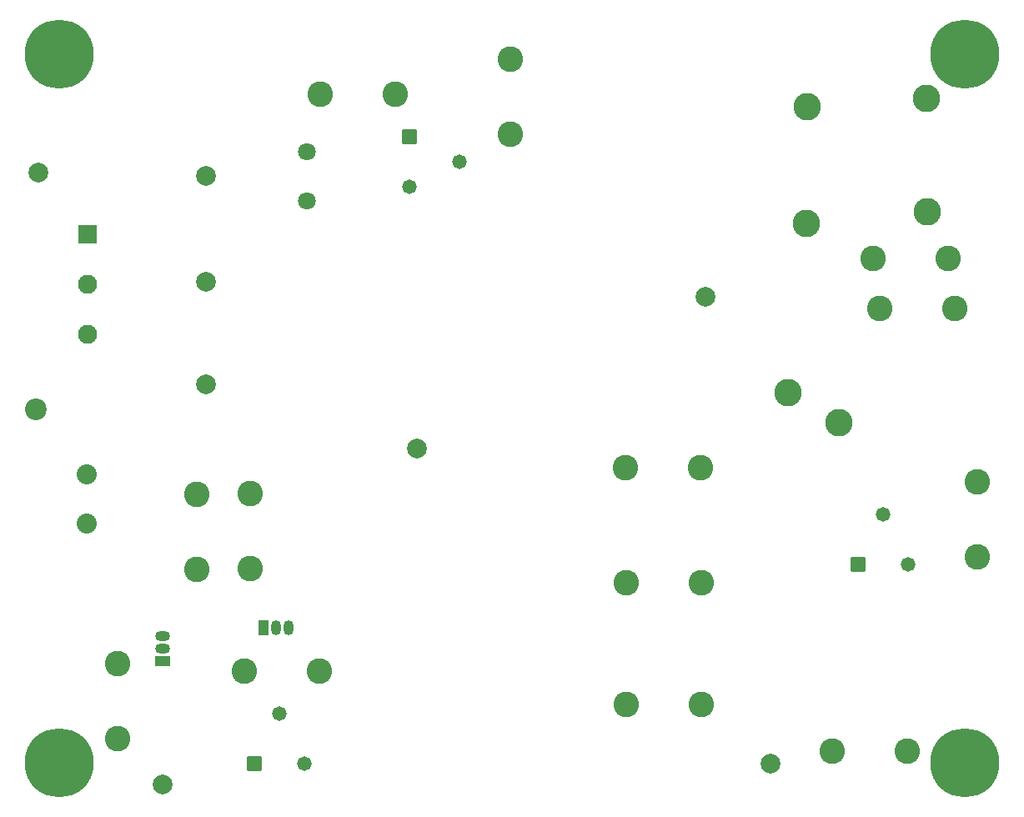
<source format=gbs>
%TF.GenerationSoftware,KiCad,Pcbnew,8.0.2*%
%TF.CreationDate,2024-06-23T14:40:44+03:00*%
%TF.ProjectId,Chaos Circuits,4368616f-7320-4436-9972-63756974732e,1*%
%TF.SameCoordinates,Original*%
%TF.FileFunction,Soldermask,Bot*%
%TF.FilePolarity,Negative*%
%FSLAX46Y46*%
G04 Gerber Fmt 4.6, Leading zero omitted, Abs format (unit mm)*
G04 Created by KiCad (PCBNEW 8.0.2) date 2024-06-23 14:40:44*
%MOMM*%
%LPD*%
G01*
G04 APERTURE LIST*
G04 Aperture macros list*
%AMRoundRect*
0 Rectangle with rounded corners*
0 $1 Rounding radius*
0 $2 $3 $4 $5 $6 $7 $8 $9 X,Y pos of 4 corners*
0 Add a 4 corners polygon primitive as box body*
4,1,4,$2,$3,$4,$5,$6,$7,$8,$9,$2,$3,0*
0 Add four circle primitives for the rounded corners*
1,1,$1+$1,$2,$3*
1,1,$1+$1,$4,$5*
1,1,$1+$1,$6,$7*
1,1,$1+$1,$8,$9*
0 Add four rect primitives between the rounded corners*
20,1,$1+$1,$2,$3,$4,$5,0*
20,1,$1+$1,$4,$5,$6,$7,0*
20,1,$1+$1,$6,$7,$8,$9,0*
20,1,$1+$1,$8,$9,$2,$3,0*%
G04 Aperture macros list end*
%ADD10RoundRect,0.102000X-0.634000X0.634000X-0.634000X-0.634000X0.634000X-0.634000X0.634000X0.634000X0*%
%ADD11C,1.472000*%
%ADD12C,2.032000*%
%ADD13C,2.200000*%
%ADD14C,2.800000*%
%ADD15C,2.600000*%
%ADD16RoundRect,0.102000X-0.634000X-0.634000X0.634000X-0.634000X0.634000X0.634000X-0.634000X0.634000X0*%
%ADD17R,1.050000X1.500000*%
%ADD18O,1.050000X1.500000*%
%ADD19R,1.500000X1.050000*%
%ADD20O,1.500000X1.050000*%
%ADD21C,2.000000*%
%ADD22C,3.900000*%
%ADD23C,7.000000*%
%ADD24C,1.800000*%
%ADD25R,1.950000X1.950000*%
%ADD26C,1.950000*%
G04 APERTURE END LIST*
D10*
%TO.C,R4*%
X65665000Y-36720000D03*
D11*
X70745000Y-39260000D03*
X65665000Y-41800000D03*
%TD*%
D12*
%TO.C,J2*%
X32969999Y-70936599D03*
X32969999Y-75936599D03*
%TD*%
D13*
%TO.C,TP1*%
X27757000Y-64400000D03*
%TD*%
D14*
%TO.C,TP27*%
X109300000Y-65720000D03*
%TD*%
%TO.C,TP25*%
X104150000Y-62650000D03*
%TD*%
%TO.C,TP23*%
X118250000Y-44290000D03*
%TD*%
%TO.C,TP22*%
X118220000Y-32790000D03*
%TD*%
%TO.C,TP21*%
X106010000Y-45500000D03*
%TD*%
%TO.C,TP20*%
X106070000Y-33680000D03*
%TD*%
D15*
%TO.C,TP19*%
X108600000Y-99110000D03*
X116220000Y-99110000D03*
%TD*%
%TO.C,TP18*%
X123380000Y-79380000D03*
X123380000Y-71760000D03*
%TD*%
%TO.C,TP17*%
X112730000Y-49020000D03*
X120350000Y-49020000D03*
%TD*%
%TO.C,TP16*%
X113440000Y-54150000D03*
X121060000Y-54150000D03*
%TD*%
%TO.C,TP15*%
X49547500Y-80515000D03*
X49547500Y-72895000D03*
%TD*%
%TO.C,TP14*%
X44127500Y-80600000D03*
X44127500Y-72980000D03*
%TD*%
%TO.C,TP13*%
X48897500Y-90960000D03*
X56517500Y-90960000D03*
%TD*%
%TO.C,TP12*%
X36072500Y-90229999D03*
X36072500Y-97849999D03*
%TD*%
D16*
%TO.C,R41*%
X111230000Y-80080000D03*
D11*
X113770000Y-75000000D03*
X116310000Y-80080000D03*
%TD*%
D16*
%TO.C,R25*%
X49932500Y-100360000D03*
D11*
X52472500Y-95280000D03*
X55012500Y-100360000D03*
%TD*%
D17*
%TO.C,Q2*%
X50872500Y-86515000D03*
D18*
X52142501Y-86515000D03*
X53412500Y-86515000D03*
%TD*%
D19*
%TO.C,Q1*%
X40635000Y-89980000D03*
D20*
X40635000Y-88709999D03*
X40635000Y-87440000D03*
%TD*%
D21*
%TO.C,TP3*%
X95750000Y-52970000D03*
%TD*%
%TO.C,FID6*%
X40630000Y-102490000D03*
%TD*%
%TO.C,TP5*%
X45000000Y-61800000D03*
%TD*%
%TO.C,TP4*%
X66470000Y-68380000D03*
%TD*%
D22*
%TO.C,H4*%
X30100000Y-100300000D03*
D23*
X30100000Y-100300000D03*
%TD*%
D15*
%TO.C,TP8*%
X75945000Y-36435000D03*
X75945000Y-28815000D03*
%TD*%
D21*
%TO.C,FID4*%
X28030000Y-40290000D03*
%TD*%
D22*
%TO.C,H2*%
X122100000Y-28300000D03*
D23*
X122100000Y-28300000D03*
%TD*%
D15*
%TO.C,TP7*%
X64240000Y-32410000D03*
X56620000Y-32410000D03*
%TD*%
D21*
%TO.C,TP6*%
X45000000Y-40700000D03*
%TD*%
D24*
%TO.C,L1*%
X55270000Y-38235000D03*
X55270000Y-43235000D03*
%TD*%
D15*
%TO.C,TP11*%
X87710000Y-82000000D03*
X95330000Y-82000000D03*
%TD*%
%TO.C,TP9*%
X87710000Y-94350000D03*
X95330000Y-94350000D03*
%TD*%
D25*
%TO.C,J1*%
X33000000Y-46600000D03*
D26*
X33000000Y-51679999D03*
X33000000Y-56760000D03*
%TD*%
D21*
%TO.C,TP2*%
X45000000Y-51400000D03*
%TD*%
D15*
%TO.C,TP10*%
X87660000Y-70300000D03*
X95280000Y-70300000D03*
%TD*%
D22*
%TO.C,H3*%
X122100000Y-100300000D03*
D23*
X122100000Y-100300000D03*
%TD*%
D21*
%TO.C,FID5*%
X102370000Y-100330000D03*
%TD*%
D23*
%TO.C,H1*%
X30100000Y-28300000D03*
D22*
X30100000Y-28300000D03*
%TD*%
M02*

</source>
